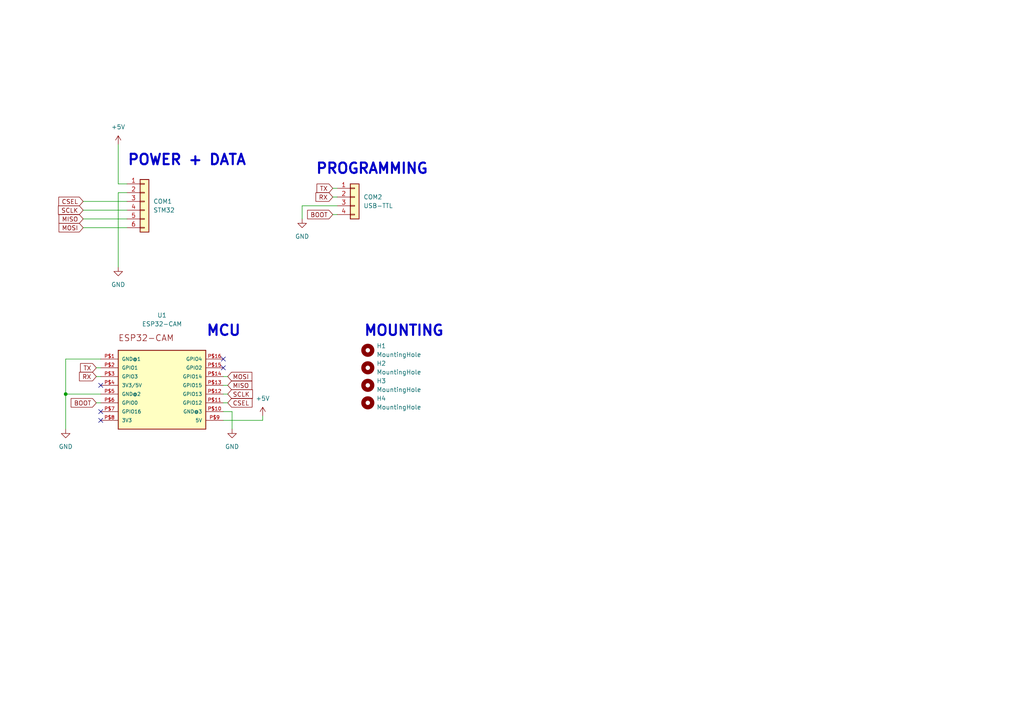
<source format=kicad_sch>
(kicad_sch (version 20230121) (generator eeschema)
  (paper "A4")
  (lib_symbols
    (symbol "Connector_Generic:Conn_01x04" (pin_names (offset 1.016) hide)
      (property "Reference" "J" (at 0 5.08 0))
      (property "Value" "Conn_01x04" (at 0 -7.62 0))
      (symbol "Conn_01x04_1_1"
        (rectangle (start -1.27 -4.953) (end 0 -5.207) (stroke (width 0.1524)))
        (rectangle (start -1.27 -2.413) (end 0 -2.667) (stroke (width 0.1524)))
        (rectangle (start -1.27 0.127) (end 0 -0.127) (stroke (width 0.1524)))
        (rectangle (start -1.27 2.667) (end 0 2.413) (stroke (width 0.1524)))
        (rectangle (start -1.27 3.81) (end 1.27 -6.35) (stroke (width 0.254)) (fill (type background)))
        (pin passive line (at -5.08 2.54 0) (length 3.81) (name "Pin_1") (number "1"))
        (pin passive line (at -5.08 0 0) (length 3.81) (name "Pin_2") (number "2"))
        (pin passive line (at -5.08 -2.54 0) (length 3.81) (name "Pin_3") (number "3"))
        (pin passive line (at -5.08 -5.08 0) (length 3.81) (name "Pin_4") (number "4"))
      )
    )
    (symbol "Connector_Generic:Conn_01x06" (pin_names (offset 1.016) hide)
      (property "Reference" "J" (at 0 7.62 0))
      (property "Value" "Conn_01x06" (at 0 -10.16 0))
      (symbol "Conn_01x06_1_1"
        (rectangle (start -1.27 -7.493) (end 0 -7.747) (stroke (width 0.1524)))
        (rectangle (start -1.27 -4.953) (end 0 -5.207) (stroke (width 0.1524)))
        (rectangle (start -1.27 -2.413) (end 0 -2.667) (stroke (width 0.1524)))
        (rectangle (start -1.27 0.127) (end 0 -0.127) (stroke (width 0.1524)))
        (rectangle (start -1.27 2.667) (end 0 2.413) (stroke (width 0.1524)))
        (rectangle (start -1.27 5.207) (end 0 4.953) (stroke (width 0.1524)))
        (rectangle (start -1.27 6.35) (end 1.27 -8.89) (stroke (width 0.254)) (fill (type background)))
        (pin passive line (at -5.08 5.08 0) (length 3.81) (name "Pin_1") (number "1"))
        (pin passive line (at -5.08 2.54 0) (length 3.81) (name "Pin_2") (number "2"))
        (pin passive line (at -5.08 0 0) (length 3.81) (name "Pin_3") (number "3"))
        (pin passive line (at -5.08 -2.54 0) (length 3.81) (name "Pin_4") (number "4"))
        (pin passive line (at -5.08 -5.08 0) (length 3.81) (name "Pin_5") (number "5"))
        (pin passive line (at -5.08 -7.62 0) (length 3.81) (name "Pin_6") (number "6"))
      )
    )
    (symbol "ESP32-CAM:ESP32-CAM" (pin_names (offset 1.016))
      (property "Reference" "U" (at 0 0 0))
      (property "Value" "ESP32-CAM" (at 0 0 0))
      (symbol "ESP32-CAM_0_0"
        (rectangle (start -12.7 -10.16) (end 12.7 12.7) (stroke (width 0.254)) (fill (type background)))
        (text "ESP32-CAM" (at -12.7 15.24 0) (effects (font (size 1.778 1.778)) (justify left bottom)))
        (pin bidirectional line (at -17.78 10.16 0) (length 5.08) (name "GND@1") (number "P$1"))
        (pin bidirectional line (at 17.78 -5.08 180) (length 5.08) (name "GND@3") (number "P$10"))
        (pin bidirectional line (at 17.78 -2.54 180) (length 5.08) (name "GPIO12") (number "P$11"))
        (pin bidirectional line (at 17.78 0 180) (length 5.08) (name "GPIO13") (number "P$12"))
        (pin bidirectional line (at 17.78 2.54 180) (length 5.08) (name "GPIO15") (number "P$13"))
        (pin bidirectional line (at 17.78 5.08 180) (length 5.08) (name "GPIO14") (number "P$14"))
        (pin bidirectional line (at 17.78 7.62 180) (length 5.08) (name "GPIO2") (number "P$15"))
        (pin bidirectional line (at 17.78 10.16 180) (length 5.08) (name "GPIO4") (number "P$16"))
        (pin bidirectional line (at -17.78 7.62 0) (length 5.08) (name "GPIO1") (number "P$2"))
        (pin bidirectional line (at -17.78 5.08 0) (length 5.08) (name "GPIO3") (number "P$3"))
        (pin bidirectional line (at -17.78 2.54 0) (length 5.08) (name "3V3/5V") (number "P$4"))
        (pin bidirectional line (at -17.78 0 0) (length 5.08) (name "GND@2") (number "P$5"))
        (pin bidirectional line (at -17.78 -2.54 0) (length 5.08) (name "GPIO0") (number "P$6"))
        (pin bidirectional line (at -17.78 -5.08 0) (length 5.08) (name "GPIO16") (number "P$7"))
        (pin bidirectional line (at -17.78 -7.62 0) (length 5.08) (name "3V3") (number "P$8"))
        (pin bidirectional line (at 17.78 -7.62 180) (length 5.08) (name "5V") (number "P$9"))
      )
    )
    (symbol "Mechanical:MountingHole" (pin_names (offset 1.016))
      (property "Reference" "H" (at 0 5.08 0))
      (property "Value" "MountingHole" (at 0 3.175 0))
      (symbol "MountingHole_0_1"
        (circle (center 0 0) (radius 1.27) (stroke (width 1.27)))
      )
    )
    (symbol "power:+5V" (power) (pin_names (offset 0))
      (property "Value" "+5V" (at 0 3.556 0))
      (symbol "+5V_0_1"
        (polyline (pts (xy -0.762 1.27) (xy 0 2.54)))
        (polyline (pts (xy 0 0) (xy 0 2.54)))
        (polyline (pts (xy 0 2.54) (xy 0.762 1.27)))
      )
      (symbol "+5V_1_1"
        (pin power_in line (at 0 0 90) (length 0) hide (name "+5V") (number "1"))
      )
    )
    (symbol "power:GND" (power) (pin_names (offset 0))
      (property "Value" "GND" (at 0 -3.81 0))
      (symbol "GND_0_1"
        (polyline (pts (xy 0 0) (xy 0 -1.27) (xy 1.27 -1.27) (xy 0 -2.54) (xy -1.27 -1.27) (xy 0 -1.27)))
      )
      (symbol "GND_1_1"
        (pin power_in line (at 0 0 270) (length 0) hide (name "GND") (number "1"))
      )
    )
  )
  (junction (at 19.05 114.3))
  (no_connect (at 29.21 119.38))
  (no_connect (at 64.77 106.68))
  (no_connect (at 29.21 111.76))
  (no_connect (at 29.21 121.92))
  (no_connect (at 64.77 104.14))
  (wire (pts (xy 19.05 114.3) (xy 29.21 114.3)))
  (wire (pts (xy 64.77 116.84) (xy 66.04 116.84)))
  (wire (pts (xy 64.77 121.92) (xy 76.2 121.92)))
  (wire (pts (xy 27.94 106.68) (xy 29.21 106.68)))
  (wire (pts (xy 34.29 77.47) (xy 34.29 55.88)))
  (wire (pts (xy 24.13 60.96) (xy 36.83 60.96)))
  (wire (pts (xy 24.13 63.5) (xy 36.83 63.5)))
  (wire (pts (xy 36.83 53.34) (xy 34.29 53.34)))
  (wire (pts (xy 64.77 111.76) (xy 66.04 111.76)))
  (wire (pts (xy 19.05 104.14) (xy 19.05 114.3)))
  (wire (pts (xy 64.77 114.3) (xy 66.04 114.3)))
  (wire (pts (xy 24.13 58.42) (xy 36.83 58.42)))
  (wire (pts (xy 29.21 104.14) (xy 19.05 104.14)))
  (wire (pts (xy 87.63 59.69) (xy 97.79 59.69)))
  (wire (pts (xy 67.31 119.38) (xy 67.31 124.46)))
  (wire (pts (xy 97.79 62.23) (xy 96.52 62.23)))
  (wire (pts (xy 96.52 57.15) (xy 97.79 57.15)))
  (wire (pts (xy 34.29 53.34) (xy 34.29 41.91)))
  (wire (pts (xy 24.13 66.04) (xy 36.83 66.04)))
  (wire (pts (xy 34.29 55.88) (xy 36.83 55.88)))
  (wire (pts (xy 76.2 121.92) (xy 76.2 120.65)))
  (wire (pts (xy 64.77 119.38) (xy 67.31 119.38)))
  (wire (pts (xy 27.94 109.22) (xy 29.21 109.22)))
  (wire (pts (xy 96.52 54.61) (xy 97.79 54.61)))
  (wire (pts (xy 27.94 116.84) (xy 29.21 116.84)))
  (wire (pts (xy 64.77 109.22) (xy 66.04 109.22)))
  (wire (pts (xy 19.05 124.46) (xy 19.05 114.3)))
  (wire (pts (xy 87.63 59.69) (xy 87.63 63.5)))
  (text "POWER + DATA" (at 36.83 48.26 0) (effects (font (size 3 3) (thickness 0.6) bold) (justify left bottom)))
  (text "MOUNTING" (at 105.41 97.79 0) (effects (font (size 3 3) (thickness 0.6) bold) (justify left bottom)))
  (text "PROGRAMMING" (at 91.44 50.8 0) (effects (font (size 3 3) (thickness 0.6) bold) (justify left bottom)))
  (text "MCU" (at 59.69 97.79 0) (effects (font (size 3 3) (thickness 0.6) bold) (justify left bottom)))
  (global_label "MOSI" (shape input) (at 24.13 66.04 180) (property "Intersheetrefs" "${INTERSHEET_REFS}" (effects hide)))
  (global_label "TX" (shape input) (at 96.52 54.61 180) (property "Intersheetrefs" "${INTERSHEET_REFS}" (effects hide)))
  (global_label "CSEL" (shape input) (at 66.04 116.84 0) (property "Intersheetrefs" "${INTERSHEET_REFS}" (effects hide)))
  (global_label "MISO" (shape input) (at 66.04 111.76 0) (property "Intersheetrefs" "${INTERSHEET_REFS}" (effects hide)))
  (global_label "TX" (shape input) (at 27.94 106.68 180) (property "Intersheetrefs" "${INTERSHEET_REFS}" (effects hide)))
  (global_label "BOOT" (shape input) (at 27.94 116.84 180) (property "Intersheetrefs" "${INTERSHEET_REFS}" (effects hide)))
  (global_label "RX" (shape input) (at 96.52 57.15 180) (property "Intersheetrefs" "${INTERSHEET_REFS}" (effects hide)))
  (global_label "CSEL" (shape input) (at 24.13 58.42 180) (property "Intersheetrefs" "${INTERSHEET_REFS}" (effects hide)))
  (global_label "SCLK" (shape input) (at 66.04 114.3 0) (property "Intersheetrefs" "${INTERSHEET_REFS}" (effects hide)))
  (global_label "MISO" (shape input) (at 24.13 63.5 180) (property "Intersheetrefs" "${INTERSHEET_REFS}" (effects hide)))
  (global_label "MOSI" (shape input) (at 66.04 109.22 0) (property "Intersheetrefs" "${INTERSHEET_REFS}" (effects hide)))
  (global_label "RX" (shape input) (at 27.94 109.22 180) (property "Intersheetrefs" "${INTERSHEET_REFS}" (effects hide)))
  (global_label "SCLK" (shape input) (at 24.13 60.96 180) (property "Intersheetrefs" "${INTERSHEET_REFS}" (effects hide)))
  (global_label "BOOT" (shape input) (at 96.52 62.23 180) (property "Intersheetrefs" "${INTERSHEET_REFS}" (effects hide)))
  (symbol (lib_id "Mechanical:MountingHole") (at 106.68 106.68 0) (unit 1)
    (property "Reference" "H2" (at 109.22 105.41 0) (effects (justify left)))
    (property "Value" "MountingHole" (at 109.22 107.95 0) (effects (justify left)))
    (property "Footprint" "MountingHole:MountingHole_3.2mm_M3" (effects hide))
  )
  (symbol (lib_id "power:GND") (at 19.05 124.46 0) (unit 1)
    (property "Reference" "#PWR06" (effects hide))
    (property "Value" "GND" (at 19.05 129.54 0))
  )
  (symbol (lib_id "power:GND") (at 34.29 77.47 0) (unit 1)
    (property "Reference" "#PWR02" (effects hide))
    (property "Value" "GND" (at 34.29 82.55 0))
  )
  (symbol (lib_id "power:GND") (at 87.63 63.5 0) (mirror y) (unit 1)
    (property "Reference" "#PWR03" (effects hide))
    (property "Value" "GND" (at 87.63 68.58 0))
  )
  (symbol (lib_id "Mechanical:MountingHole") (at 106.68 116.84 0) (unit 1)
    (property "Reference" "H4" (at 109.22 115.57 0) (effects (justify left)))
    (property "Value" "MountingHole" (at 109.22 118.11 0) (effects (justify left)))
    (property "Footprint" "MountingHole:MountingHole_3.2mm_M3" (effects hide))
  )
  (symbol (lib_id "Mechanical:MountingHole") (at 106.68 101.6 0) (unit 1)
    (property "Reference" "H1" (at 109.22 100.33 0) (effects (justify left)))
    (property "Value" "MountingHole" (at 109.22 102.87 0) (effects (justify left)))
    (property "Footprint" "MountingHole:MountingHole_3.2mm_M3" (effects hide))
  )
  (symbol (lib_id "power:GND") (at 67.31 124.46 0) (unit 1)
    (property "Reference" "#PWR05" (effects hide))
    (property "Value" "GND" (at 67.31 129.54 0))
  )
  (symbol (lib_id "Connector_Generic:Conn_01x06") (at 41.91 58.42 0) (unit 1)
    (property "Reference" "COM1" (at 44.45 58.42 0) (effects (justify left)))
    (property "Value" "STM32" (at 44.45 60.96 0) (effects (justify left)))
    (property "Footprint" "Connector_JST:JST_XH_B6B-XH-A_1x06_P2.50mm_Vertical" (effects hide))
  )
  (symbol (lib_id "power:+5V") (at 34.29 41.91 0) (unit 1)
    (property "Reference" "#PWR01" (effects hide))
    (property "Value" "+5V" (at 34.29 36.83 0))
  )
  (symbol (lib_id "power:+5V") (at 76.2 120.65 0) (unit 1)
    (property "Reference" "#PWR04" (effects hide))
    (property "Value" "+5V" (at 76.2 115.57 0))
  )
  (symbol (lib_id "ESP32-CAM:ESP32-CAM") (at 46.99 114.3 0) (unit 1)
    (property "Reference" "U1" (at 46.99 91.44 0))
    (property "Value" "ESP32-CAM" (at 46.99 93.98 0))
    (property "Footprint" "ESP32-CAM:ESP32-CAM" (effects hide))
    (property "MF" "AI-Thinker" (effects hide))
    (property "Description" "\nESP32 ESP32 Transceiver; 802.11 a/b/g/n (Wi-Fi, WiFi, WLAN), Bluetooth® Smart 4.x Low Energy (BLE) Evaluation Board\n" (effects hide))
    (property "Package" "None" (effects hide))
    (property "Price" "None" (effects hide))
    (property "SnapEDA_Link" "https://www.snapeda.com/parts/ESP32-CAM/AI-Thinker/view-part/?ref=snap" (effects hide))
    (property "MP" "ESP32-CAM" (effects hide))
    (property "Availability" "Not in stock" (effects hide))
    (property "Check_prices" "https://www.snapeda.com/parts/ESP32-CAM/AI-Thinker/view-part/?ref=eda" (effects hide))
  )
  (symbol (lib_id "Connector_Generic:Conn_01x04") (at 102.87 57.15 0) (unit 1)
    (property "Reference" "COM2" (at 105.41 57.15 0) (effects (justify left)))
    (property "Value" "USB-TTL" (at 105.41 59.69 0) (effects (justify left)))
    (property "Footprint" "Connector_PinHeader_2.54mm:PinHeader_1x04_P2.54mm_Vertical" (effects hide))
  )
  (symbol (lib_id "Mechanical:MountingHole") (at 106.68 111.76 0) (unit 1)
    (property "Reference" "H3" (at 109.22 110.49 0) (effects (justify left)))
    (property "Value" "MountingHole" (at 109.22 113.03 0) (effects (justify left)))
    (property "Footprint" "MountingHole:MountingHole_3.2mm_M3" (effects hide))
  )
)
</source>
